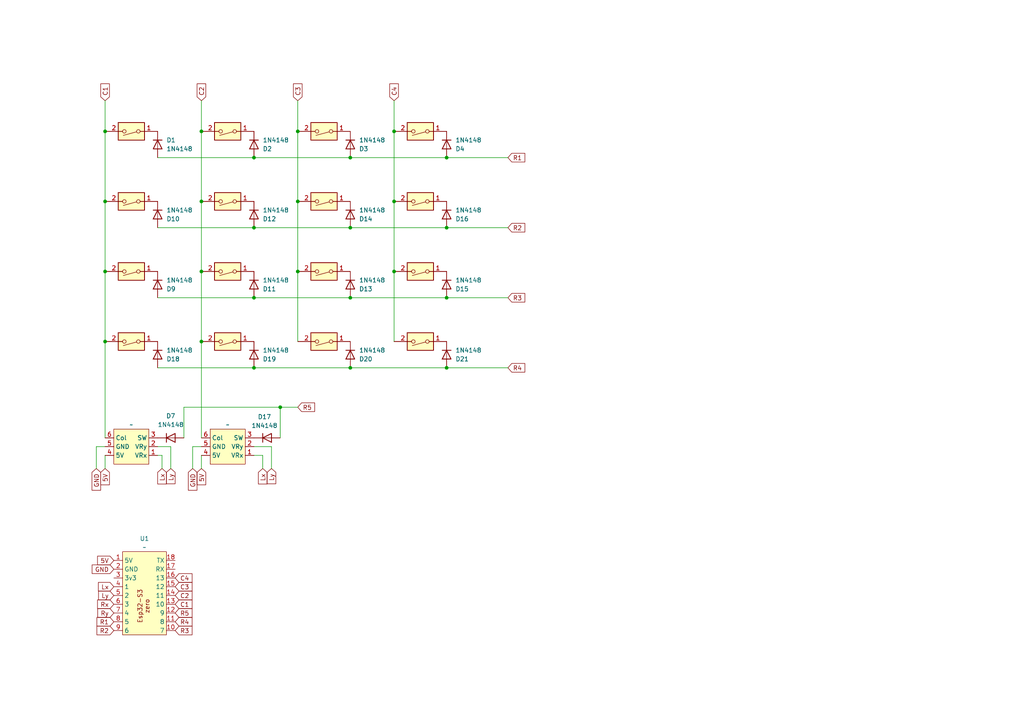
<source format=kicad_sch>
(kicad_sch (version 20250114) (generator "eeschema") (generator_version "9.0")
  (paper "A4")
  (title_block (title "Joystick") (company "NOC-LTR"))
  (lib_symbols
    (symbol "Diode:1N4148" (pin_numbers (hide yes)) (pin_names (hide yes))
      (property "Reference" "D" (at 0 2.54 0))
      (property "Value" "1N4148" (at 0 -2.54 0))
      (symbol "1N4148_0_1"
        (polyline (pts (xy -1.27 1.27) (xy -1.27 -1.27)) (stroke (width 0.254)))
        (polyline (pts (xy 1.27 1.27) (xy 1.27 -1.27) (xy -1.27 0) (xy 1.27 1.27)) (stroke (width 0.254)))
        (polyline (pts (xy 1.27 0) (xy -1.27 0)))
      )
      (symbol "1N4148_1_1"
        (pin passive line (at -3.81 0 0) (length 2.54) (name "K") (number "1"))
        (pin passive line (at 3.81 0 180) (length 2.54) (name "A") (number "2"))
      )
    )
    (symbol "MyLib:Esp32-S3-zero"
      (property "Reference" "U" (at 0 0 0))
      (symbol "Esp32-S3-zero_1_1"
        (rectangle (start -6.35 3.81) (end 6.35 -20.32) (fill (type background)))
        (text "Esp32-S3\nzero" (at -0.254 -11.938 900) (effects (font (size 1.27 1.27))))
        (pin power_in line (at -8.89 1.27 0) (length 2.54) (name "5V") (number "1"))
        (pin bidirectional line (at -8.89 -1.27 0) (length 2.54) (name "GND") (number "2"))
        (pin power_in line (at -8.89 -3.81 0) (length 2.54) (name "3v3") (number "3"))
        (pin bidirectional line (at -8.89 -6.35 0) (length 2.54) (name "1") (number "4"))
        (pin bidirectional line (at -8.89 -8.89 0) (length 2.54) (name "2") (number "5"))
        (pin bidirectional line (at -8.89 -11.43 0) (length 2.54) (name "3") (number "6"))
        (pin bidirectional line (at -8.89 -13.97 0) (length 2.54) (name "4") (number "7"))
        (pin bidirectional line (at -8.89 -16.51 0) (length 2.54) (name "5") (number "8"))
        (pin bidirectional line (at -8.89 -19.05 0) (length 2.54) (name "6") (number "9"))
        (pin bidirectional line (at 8.89 1.27 180) (length 2.54) (name "TX") (number "18"))
        (pin bidirectional line (at 8.89 -1.27 180) (length 2.54) (name "RX") (number "17"))
        (pin bidirectional line (at 8.89 -3.81 180) (length 2.54) (name "13") (number "16"))
        (pin bidirectional line (at 8.89 -6.35 180) (length 2.54) (name "12") (number "15"))
        (pin bidirectional line (at 8.89 -8.89 180) (length 2.54) (name "11") (number "14"))
        (pin bidirectional line (at 8.89 -11.43 180) (length 2.54) (name "10") (number "13"))
        (pin bidirectional line (at 8.89 -13.97 180) (length 2.54) (name "9") (number "12"))
        (pin bidirectional line (at 8.89 -16.51 180) (length 2.54) (name "8") (number "11"))
        (pin bidirectional line (at 8.89 -19.05 180) (length 2.54) (name "7") (number "10"))
      )
    )
    (symbol "MyLib:Joystick_analogico"
      (symbol "Joystick_analogico_1_1"
        (rectangle (start -5.08 5.08) (end 5.08 -5.08) (fill (type background)))
        (pin power_in line (at -7.62 2.54 0) (length 2.54) (name "5V") (number "4"))
        (pin power_in line (at -7.62 0 0) (length 2.54) (name "GND") (number "5"))
        (pin power_in line (at -7.62 -2.54 0) (length 2.54) (name "Col") (number "6"))
        (pin output line (at 7.62 2.54 180) (length 2.54) (name "VRx") (number "1"))
        (pin output line (at 7.62 0 180) (length 2.54) (name "VRy") (number "2"))
        (pin output line (at 7.62 -2.54 180) (length 2.54) (name "SW") (number "3"))
      )
    )
    (symbol "Switch:SW_DIP_x01" (pin_names (offset 0) (hide yes))
      (property "Reference" "SW" (at 0 3.81 0))
      (property "Value" "SW_DIP_x01" (at 0 -3.81 0))
      (symbol "SW_DIP_x01_0_0"
        (circle (center -2.032 0) (radius 0.508))
        (polyline (pts (xy -1.524 0.127) (xy 2.3622 1.1684)))
        (circle (center 2.032 0) (radius 0.508))
      )
      (symbol "SW_DIP_x01_0_1"
        (rectangle (start -3.81 2.54) (end 3.81 -2.54) (stroke (width 0.254)) (fill (type background)))
      )
      (symbol "SW_DIP_x01_1_1"
        (pin passive line (at -7.62 0 0) (length 5.08) (name "~") (number "1"))
        (pin passive line (at 7.62 0 180) (length 5.08) (name "~") (number "2"))
      )
    )
  )
  (junction (at 101.6 45.72))
  (junction (at 114.3 38.1))
  (junction (at 73.66 45.72))
  (junction (at 73.66 86.36))
  (junction (at 86.36 58.42))
  (junction (at 86.36 38.1))
  (junction (at 114.3 58.42))
  (junction (at 129.54 45.72))
  (junction (at 129.54 86.36))
  (junction (at 30.48 99.06))
  (junction (at 58.42 58.42))
  (junction (at 101.6 106.68))
  (junction (at 101.6 86.36))
  (junction (at 129.54 66.04))
  (junction (at 58.42 99.06))
  (junction (at 129.54 106.68))
  (junction (at 30.48 78.74))
  (junction (at 73.66 106.68))
  (junction (at 58.42 38.1))
  (junction (at 101.6 66.04))
  (junction (at 81.28 118.11))
  (junction (at 30.48 38.1))
  (junction (at 73.66 66.04))
  (junction (at 58.42 78.74))
  (junction (at 30.48 58.42))
  (junction (at 86.36 78.74))
  (junction (at 114.3 78.74))
  (wire (pts (xy 45.72 86.36) (xy 73.66 86.36)))
  (wire (pts (xy 45.72 129.54) (xy 49.53 129.54)))
  (wire (pts (xy 73.66 129.54) (xy 78.74 129.54)))
  (wire (pts (xy 129.54 86.36) (xy 147.32 86.36)))
  (wire (pts (xy 114.3 29.21) (xy 114.3 38.1)))
  (wire (pts (xy 86.36 78.74) (xy 86.36 99.06)))
  (wire (pts (xy 81.28 118.11) (xy 86.36 118.11)))
  (wire (pts (xy 86.36 58.42) (xy 86.36 78.74)))
  (wire (pts (xy 101.6 86.36) (xy 129.54 86.36)))
  (wire (pts (xy 30.48 58.42) (xy 30.48 78.74)))
  (wire (pts (xy 101.6 106.68) (xy 129.54 106.68)))
  (wire (pts (xy 45.72 132.08) (xy 46.99 132.08)))
  (wire (pts (xy 45.72 106.68) (xy 73.66 106.68)))
  (wire (pts (xy 86.36 29.21) (xy 86.36 38.1)))
  (wire (pts (xy 73.66 86.36) (xy 101.6 86.36)))
  (wire (pts (xy 49.53 129.54) (xy 49.53 135.89)))
  (wire (pts (xy 78.74 129.54) (xy 78.74 135.89)))
  (wire (pts (xy 73.66 45.72) (xy 101.6 45.72)))
  (wire (pts (xy 30.48 38.1) (xy 30.48 58.42)))
  (wire (pts (xy 58.42 58.42) (xy 58.42 78.74)))
  (wire (pts (xy 58.42 99.06) (xy 58.42 127)))
  (wire (pts (xy 58.42 78.74) (xy 58.42 99.06)))
  (wire (pts (xy 101.6 66.04) (xy 129.54 66.04)))
  (wire (pts (xy 73.66 106.68) (xy 101.6 106.68)))
  (wire (pts (xy 30.48 132.08) (xy 30.48 135.89)))
  (wire (pts (xy 86.36 38.1) (xy 86.36 58.42)))
  (wire (pts (xy 114.3 58.42) (xy 114.3 78.74)))
  (wire (pts (xy 30.48 29.21) (xy 30.48 38.1)))
  (wire (pts (xy 46.99 132.08) (xy 46.99 135.89)))
  (wire (pts (xy 53.34 127) (xy 53.34 118.11)))
  (wire (pts (xy 58.42 29.21) (xy 58.42 38.1)))
  (wire (pts (xy 58.42 129.54) (xy 55.88 129.54)))
  (wire (pts (xy 27.94 129.54) (xy 27.94 135.89)))
  (wire (pts (xy 129.54 106.68) (xy 147.32 106.68)))
  (wire (pts (xy 114.3 78.74) (xy 114.3 99.06)))
  (wire (pts (xy 45.72 66.04) (xy 73.66 66.04)))
  (wire (pts (xy 30.48 129.54) (xy 27.94 129.54)))
  (wire (pts (xy 129.54 66.04) (xy 147.32 66.04)))
  (wire (pts (xy 30.48 78.74) (xy 30.48 99.06)))
  (wire (pts (xy 58.42 132.08) (xy 58.42 135.89)))
  (wire (pts (xy 114.3 38.1) (xy 114.3 58.42)))
  (wire (pts (xy 129.54 45.72) (xy 147.32 45.72)))
  (wire (pts (xy 73.66 66.04) (xy 101.6 66.04)))
  (wire (pts (xy 58.42 38.1) (xy 58.42 58.42)))
  (wire (pts (xy 30.48 99.06) (xy 30.48 127)))
  (wire (pts (xy 81.28 127) (xy 81.28 118.11)))
  (wire (pts (xy 55.88 129.54) (xy 55.88 135.89)))
  (wire (pts (xy 73.66 132.08) (xy 76.2 132.08)))
  (wire (pts (xy 76.2 132.08) (xy 76.2 135.89)))
  (wire (pts (xy 45.72 45.72) (xy 73.66 45.72)))
  (wire (pts (xy 101.6 45.72) (xy 129.54 45.72)))
  (wire (pts (xy 53.34 118.11) (xy 81.28 118.11)))
  (global_label "GND" (shape input) (at 55.88 135.89 270) (property "Intersheetrefs" "${INTERSHEET_REFS}" (effects (hide yes))))
  (global_label "R4" (shape input) (at 147.32 106.68 0) (property "Intersheetrefs" "${INTERSHEET_REFS}" (effects (hide yes))))
  (global_label "5V" (shape input) (at 30.48 135.89 270) (property "Intersheetrefs" "${INTERSHEET_REFS}" (effects (hide yes))))
  (global_label "R3" (shape input) (at 147.32 86.36 0) (property "Intersheetrefs" "${INTERSHEET_REFS}" (effects (hide yes))))
  (global_label "GND" (shape input) (at 27.94 135.89 270) (property "Intersheetrefs" "${INTERSHEET_REFS}" (effects (hide yes))))
  (global_label "C2" (shape input) (at 58.42 29.21 90) (property "Intersheetrefs" "${INTERSHEET_REFS}" (effects (hide yes))))
  (global_label "Ly" (shape input) (at 33.02 172.72 180) (property "Intersheetrefs" "${INTERSHEET_REFS}" (effects (hide yes))))
  (global_label "Ry" (shape input) (at 33.02 177.8 180) (property "Intersheetrefs" "${INTERSHEET_REFS}" (effects (hide yes))))
  (global_label "Rx" (shape input) (at 33.02 175.26 180) (property "Intersheetrefs" "${INTERSHEET_REFS}" (effects (hide yes))))
  (global_label "5V" (shape input) (at 58.42 135.89 270) (property "Intersheetrefs" "${INTERSHEET_REFS}" (effects (hide yes))))
  (global_label "R1" (shape input) (at 33.02 180.34 180) (property "Intersheetrefs" "${INTERSHEET_REFS}" (effects (hide yes))))
  (global_label "Lx" (shape input) (at 46.99 135.89 270) (property "Intersheetrefs" "${INTERSHEET_REFS}" (effects (hide yes))))
  (global_label "Ly" (shape input) (at 78.74 135.89 270) (property "Intersheetrefs" "${INTERSHEET_REFS}" (effects (hide yes))))
  (global_label "Ly" (shape input) (at 49.53 135.89 270) (property "Intersheetrefs" "${INTERSHEET_REFS}" (effects (hide yes))))
  (global_label "C3" (shape input) (at 86.36 29.21 90) (property "Intersheetrefs" "${INTERSHEET_REFS}" (effects (hide yes))))
  (global_label "R5" (shape input) (at 50.8 177.8 0) (property "Intersheetrefs" "${INTERSHEET_REFS}" (effects (hide yes))))
  (global_label "C4" (shape input) (at 50.8 167.64 0) (property "Intersheetrefs" "${INTERSHEET_REFS}" (effects (hide yes))))
  (global_label "R3" (shape input) (at 50.8 182.88 0) (property "Intersheetrefs" "${INTERSHEET_REFS}" (effects (hide yes))))
  (global_label "R5" (shape input) (at 86.36 118.11 0) (property "Intersheetrefs" "${INTERSHEET_REFS}" (effects (hide yes))))
  (global_label "C4" (shape input) (at 114.3 29.21 90) (property "Intersheetrefs" "${INTERSHEET_REFS}" (effects (hide yes))))
  (global_label "C1" (shape input) (at 50.8 175.26 0) (property "Intersheetrefs" "${INTERSHEET_REFS}" (effects (hide yes))))
  (global_label "Lx" (shape input) (at 76.2 135.89 270) (property "Intersheetrefs" "${INTERSHEET_REFS}" (effects (hide yes))))
  (global_label "GND" (shape input) (at 33.02 165.1 180) (property "Intersheetrefs" "${INTERSHEET_REFS}" (effects (hide yes))))
  (global_label "R2" (shape input) (at 33.02 182.88 180) (property "Intersheetrefs" "${INTERSHEET_REFS}" (effects (hide yes))))
  (global_label "C2" (shape input) (at 50.8 172.72 0) (property "Intersheetrefs" "${INTERSHEET_REFS}" (effects (hide yes))))
  (global_label "R4" (shape input) (at 50.8 180.34 0) (property "Intersheetrefs" "${INTERSHEET_REFS}" (effects (hide yes))))
  (global_label "5V" (shape input) (at 33.02 162.56 180) (property "Intersheetrefs" "${INTERSHEET_REFS}" (effects (hide yes))))
  (global_label "R1" (shape input) (at 147.32 45.72 0) (property "Intersheetrefs" "${INTERSHEET_REFS}" (effects (hide yes))))
  (global_label "R2" (shape input) (at 147.32 66.04 0) (property "Intersheetrefs" "${INTERSHEET_REFS}" (effects (hide yes))))
  (global_label "C1" (shape input) (at 30.48 29.21 90) (property "Intersheetrefs" "${INTERSHEET_REFS}" (effects (hide yes))))
  (global_label "Lx" (shape input) (at 33.02 170.18 180) (property "Intersheetrefs" "${INTERSHEET_REFS}" (effects (hide yes))))
  (global_label "C3" (shape input) (at 50.8 170.18 0) (property "Intersheetrefs" "${INTERSHEET_REFS}" (effects (hide yes))))
  (symbol (lib_id "Switch:SW_DIP_x01") (at 93.98 78.74 180) (unit 1)
    (property "Reference" "SW13" (effects (hide yes)))
    (property "Value" "SW_DIP_x01" (effects (hide yes)))
    (property "Description" "1x DIP Switch, Single Pole Single Throw (SPST) switch, small symbol" (effects (hide yes)))
  )
  (symbol (lib_id "Diode:1N4148") (at 77.47 127 0) (mirror x) (unit 1)
    (property "Reference" "D17" (at 76.708 120.904 0))
    (property "Value" "1N4148" (at 76.708 123.444 0))
    (property "Footprint" "Diode_THT:D_DO-35_SOD27_P7.62mm_Horizontal" (effects (hide yes)))
    (property "Datasheet" "https://assets.nexperia.com/documents/data-sheet/1N4148_1N4448.pdf" (effects (hide yes)))
    (property "Description" "100V 0.15A standard switching diode, DO-35" (effects (hide yes)))
    (property "Sim.Device" "D" (effects (hide yes)))
    (property "Sim.Pins" "1=K 2=A" (effects (hide yes)))
  )
  (symbol (lib_id "Switch:SW_DIP_x01") (at 93.98 58.42 180) (unit 1)
    (property "Reference" "SW7" (effects (hide yes)))
    (property "Value" "SW_DIP_x01" (effects (hide yes)))
    (property "Description" "1x DIP Switch, Single Pole Single Throw (SPST) switch, small symbol" (effects (hide yes)))
  )
  (symbol (lib_id "Diode:1N4148") (at 49.53 127 0) (mirror x) (unit 1)
    (property "Reference" "D7" (at 49.53 120.65 0))
    (property "Value" "1N4148" (at 49.53 123.19 0))
    (property "Footprint" "Diode_THT:D_DO-35_SOD27_P7.62mm_Horizontal" (effects (hide yes)))
    (property "Datasheet" "https://assets.nexperia.com/documents/data-sheet/1N4148_1N4448.pdf" (effects (hide yes)))
    (property "Description" "100V 0.15A standard switching diode, DO-35" (effects (hide yes)))
    (property "Sim.Device" "D" (effects (hide yes)))
    (property "Sim.Pins" "1=K 2=A" (effects (hide yes)))
  )
  (symbol (lib_id "Switch:SW_DIP_x01") (at 66.04 38.1 180) (unit 1)
    (property "Reference" "SW2" (effects (hide yes)))
    (property "Value" "SW_DIP_x01" (effects (hide yes)))
    (property "Description" "1x DIP Switch, Single Pole Single Throw (SPST) switch, small symbol" (effects (hide yes)))
  )
  (symbol (lib_id "MyLib:Joystick_analogico") (at 66.04 129.54 0) (mirror x) (unit 1)
    (property "Reference" "U3" (effects (hide yes)))
    (property "Value" "~" (at 66.04 123.19 0))
  )
  (symbol (lib_id "Diode:1N4148") (at 45.72 62.23 90) (mirror x) (unit 1)
    (property "Reference" "D10" (at 48.26 63.5001 90) (effects (justify right)))
    (property "Value" "1N4148" (at 48.26 60.9601 90) (effects (justify right)))
    (property "Footprint" "Diode_THT:D_DO-35_SOD27_P7.62mm_Horizontal" (effects (hide yes)))
    (property "Datasheet" "https://assets.nexperia.com/documents/data-sheet/1N4148_1N4448.pdf" (effects (hide yes)))
    (property "Description" "100V 0.15A standard switching diode, DO-35" (effects (hide yes)))
    (property "Sim.Device" "D" (effects (hide yes)))
    (property "Sim.Pins" "1=K 2=A" (effects (hide yes)))
  )
  (symbol (lib_id "Diode:1N4148") (at 101.6 41.91 90) (mirror x) (unit 1)
    (property "Reference" "D3" (at 104.14 43.1801 90) (effects (justify right)))
    (property "Value" "1N4148" (at 104.14 40.6401 90) (effects (justify right)))
    (property "Footprint" "Diode_THT:D_DO-35_SOD27_P7.62mm_Horizontal" (effects (hide yes)))
    (property "Datasheet" "https://assets.nexperia.com/documents/data-sheet/1N4148_1N4448.pdf" (effects (hide yes)))
    (property "Description" "100V 0.15A standard switching diode, DO-35" (effects (hide yes)))
    (property "Sim.Device" "D" (effects (hide yes)))
    (property "Sim.Pins" "1=K 2=A" (effects (hide yes)))
  )
  (symbol (lib_id "Switch:SW_DIP_x01") (at 38.1 99.06 180) (unit 1)
    (property "Reference" "SW14" (effects (hide yes)))
    (property "Value" "SW_DIP_x01" (effects (hide yes)))
    (property "Description" "1x DIP Switch, Single Pole Single Throw (SPST) switch, small symbol" (effects (hide yes)))
  )
  (symbol (lib_id "Diode:1N4148") (at 45.72 82.55 90) (mirror x) (unit 1)
    (property "Reference" "D9" (at 48.26 83.8201 90) (effects (justify right)))
    (property "Value" "1N4148" (at 48.26 81.2801 90) (effects (justify right)))
    (property "Footprint" "Diode_THT:D_DO-35_SOD27_P7.62mm_Horizontal" (effects (hide yes)))
    (property "Datasheet" "https://assets.nexperia.com/documents/data-sheet/1N4148_1N4448.pdf" (effects (hide yes)))
    (property "Description" "100V 0.15A standard switching diode, DO-35" (effects (hide yes)))
    (property "Sim.Device" "D" (effects (hide yes)))
    (property "Sim.Pins" "1=K 2=A" (effects (hide yes)))
  )
  (symbol (lib_id "Switch:SW_DIP_x01") (at 66.04 78.74 180) (unit 1)
    (property "Reference" "SW11" (effects (hide yes)))
    (property "Value" "SW_DIP_x01" (effects (hide yes)))
    (property "Description" "1x DIP Switch, Single Pole Single Throw (SPST) switch, small symbol" (effects (hide yes)))
  )
  (symbol (lib_id "Switch:SW_DIP_x01") (at 121.92 99.06 180) (unit 1)
    (property "Reference" "SW18" (effects (hide yes)))
    (property "Value" "SW_DIP_x01" (effects (hide yes)))
    (property "Description" "1x DIP Switch, Single Pole Single Throw (SPST) switch, small symbol" (effects (hide yes)))
  )
  (symbol (lib_id "Diode:1N4148") (at 73.66 62.23 90) (mirror x) (unit 1)
    (property "Reference" "D12" (at 76.2 63.5001 90) (effects (justify right)))
    (property "Value" "1N4148" (at 76.2 60.9601 90) (effects (justify right)))
    (property "Footprint" "Diode_THT:D_DO-35_SOD27_P7.62mm_Horizontal" (effects (hide yes)))
    (property "Datasheet" "https://assets.nexperia.com/documents/data-sheet/1N4148_1N4448.pdf" (effects (hide yes)))
    (property "Description" "100V 0.15A standard switching diode, DO-35" (effects (hide yes)))
    (property "Sim.Device" "D" (effects (hide yes)))
    (property "Sim.Pins" "1=K 2=A" (effects (hide yes)))
  )
  (symbol (lib_id "Diode:1N4148") (at 101.6 62.23 90) (mirror x) (unit 1)
    (property "Reference" "D14" (at 104.14 63.5001 90) (effects (justify right)))
    (property "Value" "1N4148" (at 104.14 60.9601 90) (effects (justify right)))
    (property "Footprint" "Diode_THT:D_DO-35_SOD27_P7.62mm_Horizontal" (effects (hide yes)))
    (property "Datasheet" "https://assets.nexperia.com/documents/data-sheet/1N4148_1N4448.pdf" (effects (hide yes)))
    (property "Description" "100V 0.15A standard switching diode, DO-35" (effects (hide yes)))
    (property "Sim.Device" "D" (effects (hide yes)))
    (property "Sim.Pins" "1=K 2=A" (effects (hide yes)))
  )
  (symbol (lib_id "Switch:SW_DIP_x01") (at 38.1 38.1 180) (unit 1)
    (property "Reference" "SW1" (effects (hide yes)))
    (property "Value" "SW_DIP_x01" (effects (hide yes)))
    (property "Description" "1x DIP Switch, Single Pole Single Throw (SPST) switch, small symbol" (effects (hide yes)))
  )
  (symbol (lib_id "Diode:1N4148") (at 129.54 102.87 90) (mirror x) (unit 1)
    (property "Reference" "D21" (at 132.08 104.1401 90) (effects (justify right)))
    (property "Value" "1N4148" (at 132.08 101.6001 90) (effects (justify right)))
    (property "Footprint" "Diode_THT:D_DO-35_SOD27_P7.62mm_Horizontal" (effects (hide yes)))
    (property "Datasheet" "https://assets.nexperia.com/documents/data-sheet/1N4148_1N4448.pdf" (effects (hide yes)))
    (property "Description" "100V 0.15A standard switching diode, DO-35" (effects (hide yes)))
    (property "Sim.Device" "D" (effects (hide yes)))
    (property "Sim.Pins" "1=K 2=A" (effects (hide yes)))
  )
  (symbol (lib_id "Switch:SW_DIP_x01") (at 93.98 99.06 180) (unit 1)
    (property "Reference" "SW17" (effects (hide yes)))
    (property "Value" "SW_DIP_x01" (effects (hide yes)))
    (property "Description" "1x DIP Switch, Single Pole Single Throw (SPST) switch, small symbol" (effects (hide yes)))
  )
  (symbol (lib_id "Switch:SW_DIP_x01") (at 121.92 38.1 180) (unit 1)
    (property "Reference" "SW4" (effects (hide yes)))
    (property "Value" "SW_DIP_x01" (effects (hide yes)))
    (property "Description" "1x DIP Switch, Single Pole Single Throw (SPST) switch, small symbol" (effects (hide yes)))
  )
  (symbol (lib_id "Diode:1N4148") (at 129.54 41.91 90) (mirror x) (unit 1)
    (property "Reference" "D4" (at 132.08 43.1801 90) (effects (justify right)))
    (property "Value" "1N4148" (at 132.08 40.6401 90) (effects (justify right)))
    (property "Footprint" "Diode_THT:D_DO-35_SOD27_P7.62mm_Horizontal" (effects (hide yes)))
    (property "Datasheet" "https://assets.nexperia.com/documents/data-sheet/1N4148_1N4448.pdf" (effects (hide yes)))
    (property "Description" "100V 0.15A standard switching diode, DO-35" (effects (hide yes)))
    (property "Sim.Device" "D" (effects (hide yes)))
    (property "Sim.Pins" "1=K 2=A" (effects (hide yes)))
  )
  (symbol (lib_id "Diode:1N4148") (at 45.72 41.91 270) (unit 1)
    (property "Reference" "D1" (at 48.26 40.6399 90) (effects (justify left)))
    (property "Value" "1N4148" (at 48.26 43.1799 90) (effects (justify left)))
    (property "Footprint" "Diode_THT:D_DO-35_SOD27_P7.62mm_Horizontal" (effects (hide yes)))
    (property "Datasheet" "https://assets.nexperia.com/documents/data-sheet/1N4148_1N4448.pdf" (effects (hide yes)))
    (property "Description" "100V 0.15A standard switching diode, DO-35" (effects (hide yes)))
    (property "Sim.Device" "D" (effects (hide yes)))
    (property "Sim.Pins" "1=K 2=A" (effects (hide yes)))
  )
  (symbol (lib_id "MyLib:Joystick_analogico") (at 38.1 129.54 0) (mirror x) (unit 1)
    (property "Reference" "U2" (effects (hide yes)))
    (property "Value" "~" (at 38.1 123.19 0))
  )
  (symbol (lib_id "Switch:SW_DIP_x01") (at 121.92 58.42 180) (unit 1)
    (property "Reference" "SW8" (effects (hide yes)))
    (property "Value" "SW_DIP_x01" (effects (hide yes)))
    (property "Description" "1x DIP Switch, Single Pole Single Throw (SPST) switch, small symbol" (effects (hide yes)))
  )
  (symbol (lib_id "Diode:1N4148") (at 73.66 82.55 90) (mirror x) (unit 1)
    (property "Reference" "D11" (at 76.2 83.8201 90) (effects (justify right)))
    (property "Value" "1N4148" (at 76.2 81.2801 90) (effects (justify right)))
    (property "Footprint" "Diode_THT:D_DO-35_SOD27_P7.62mm_Horizontal" (effects (hide yes)))
    (property "Datasheet" "https://assets.nexperia.com/documents/data-sheet/1N4148_1N4448.pdf" (effects (hide yes)))
    (property "Description" "100V 0.15A standard switching diode, DO-35" (effects (hide yes)))
    (property "Sim.Device" "D" (effects (hide yes)))
    (property "Sim.Pins" "1=K 2=A" (effects (hide yes)))
  )
  (symbol (lib_id "Diode:1N4148") (at 101.6 102.87 90) (mirror x) (unit 1)
    (property "Reference" "D20" (at 104.14 104.1401 90) (effects (justify right)))
    (property "Value" "1N4148" (at 104.14 101.6001 90) (effects (justify right)))
    (property "Footprint" "Diode_THT:D_DO-35_SOD27_P7.62mm_Horizontal" (effects (hide yes)))
    (property "Datasheet" "https://assets.nexperia.com/documents/data-sheet/1N4148_1N4448.pdf" (effects (hide yes)))
    (property "Description" "100V 0.15A standard switching diode, DO-35" (effects (hide yes)))
    (property "Sim.Device" "D" (effects (hide yes)))
    (property "Sim.Pins" "1=K 2=A" (effects (hide yes)))
  )
  (symbol (lib_id "Switch:SW_DIP_x01") (at 121.92 78.74 180) (unit 1)
    (property "Reference" "SW15" (effects (hide yes)))
    (property "Value" "SW_DIP_x01" (effects (hide yes)))
    (property "Description" "1x DIP Switch, Single Pole Single Throw (SPST) switch, small symbol" (effects (hide yes)))
  )
  (symbol (lib_id "Diode:1N4148") (at 129.54 82.55 90) (mirror x) (unit 1)
    (property "Reference" "D15" (at 132.08 83.8201 90) (effects (justify right)))
    (property "Value" "1N4148" (at 132.08 81.2801 90) (effects (justify right)))
    (property "Footprint" "Diode_THT:D_DO-35_SOD27_P7.62mm_Horizontal" (effects (hide yes)))
    (property "Datasheet" "https://assets.nexperia.com/documents/data-sheet/1N4148_1N4448.pdf" (effects (hide yes)))
    (property "Description" "100V 0.15A standard switching diode, DO-35" (effects (hide yes)))
    (property "Sim.Device" "D" (effects (hide yes)))
    (property "Sim.Pins" "1=K 2=A" (effects (hide yes)))
  )
  (symbol (lib_id "MyLib:Esp32-S3-zero") (at 41.91 163.83 0) (unit 1)
    (property "Reference" "U1" (at 41.91 156.21 0))
    (property "Value" "~" (at 41.91 158.75 0))
    (property "Footprint" "MyLib:ESP32-S3-zero" (effects (hide yes)))
  )
  (symbol (lib_id "Switch:SW_DIP_x01") (at 38.1 78.74 180) (unit 1)
    (property "Reference" "SW9" (effects (hide yes)))
    (property "Value" "SW_DIP_x01" (effects (hide yes)))
    (property "Description" "1x DIP Switch, Single Pole Single Throw (SPST) switch, small symbol" (effects (hide yes)))
  )
  (symbol (lib_id "Diode:1N4148") (at 45.72 102.87 90) (mirror x) (unit 1)
    (property "Reference" "D18" (at 48.26 104.1401 90) (effects (justify right)))
    (property "Value" "1N4148" (at 48.26 101.6001 90) (effects (justify right)))
    (property "Footprint" "Diode_THT:D_DO-35_SOD27_P7.62mm_Horizontal" (effects (hide yes)))
    (property "Datasheet" "https://assets.nexperia.com/documents/data-sheet/1N4148_1N4448.pdf" (effects (hide yes)))
    (property "Description" "100V 0.15A standard switching diode, DO-35" (effects (hide yes)))
    (property "Sim.Device" "D" (effects (hide yes)))
    (property "Sim.Pins" "1=K 2=A" (effects (hide yes)))
  )
  (symbol (lib_id "Diode:1N4148") (at 73.66 41.91 90) (mirror x) (unit 1)
    (property "Reference" "D2" (at 76.2 43.1801 90) (effects (justify right)))
    (property "Value" "1N4148" (at 76.2 40.6401 90) (effects (justify right)))
    (property "Footprint" "Diode_THT:D_DO-35_SOD27_P7.62mm_Horizontal" (effects (hide yes)))
    (property "Datasheet" "https://assets.nexperia.com/documents/data-sheet/1N4148_1N4448.pdf" (effects (hide yes)))
    (property "Description" "100V 0.15A standard switching diode, DO-35" (effects (hide yes)))
    (property "Sim.Device" "D" (effects (hide yes)))
    (property "Sim.Pins" "1=K 2=A" (effects (hide yes)))
  )
  (symbol (lib_id "Switch:SW_DIP_x01") (at 66.04 58.42 180) (unit 1)
    (property "Reference" "SW6" (effects (hide yes)))
    (property "Value" "SW_DIP_x01" (effects (hide yes)))
    (property "Description" "1x DIP Switch, Single Pole Single Throw (SPST) switch, small symbol" (effects (hide yes)))
  )
  (symbol (lib_id "Switch:SW_DIP_x01") (at 38.1 58.42 180) (unit 1)
    (property "Reference" "SW5" (effects (hide yes)))
    (property "Value" "SW_DIP_x01" (effects (hide yes)))
    (property "Description" "1x DIP Switch, Single Pole Single Throw (SPST) switch, small symbol" (effects (hide yes)))
  )
  (symbol (lib_id "Diode:1N4148") (at 101.6 82.55 90) (mirror x) (unit 1)
    (property "Reference" "D13" (at 104.14 83.8201 90) (effects (justify right)))
    (property "Value" "1N4148" (at 104.14 81.2801 90) (effects (justify right)))
    (property "Footprint" "Diode_THT:D_DO-35_SOD27_P7.62mm_Horizontal" (effects (hide yes)))
    (property "Datasheet" "https://assets.nexperia.com/documents/data-sheet/1N4148_1N4448.pdf" (effects (hide yes)))
    (property "Description" "100V 0.15A standard switching diode, DO-35" (effects (hide yes)))
    (property "Sim.Device" "D" (effects (hide yes)))
    (property "Sim.Pins" "1=K 2=A" (effects (hide yes)))
  )
  (symbol (lib_id "Switch:SW_DIP_x01") (at 66.04 99.06 180) (unit 1)
    (property "Reference" "SW16" (effects (hide yes)))
    (property "Value" "SW_DIP_x01" (effects (hide yes)))
    (property "Description" "1x DIP Switch, Single Pole Single Throw (SPST) switch, small symbol" (effects (hide yes)))
  )
  (symbol (lib_id "Switch:SW_DIP_x01") (at 93.98 38.1 180) (unit 1)
    (property "Reference" "SW3" (effects (hide yes)))
    (property "Value" "SW_DIP_x01" (effects (hide yes)))
    (property "Description" "1x DIP Switch, Single Pole Single Throw (SPST) switch, small symbol" (effects (hide yes)))
  )
  (symbol (lib_id "Diode:1N4148") (at 129.54 62.23 90) (mirror x) (unit 1)
    (property "Reference" "D16" (at 132.08 63.5001 90) (effects (justify right)))
    (property "Value" "1N4148" (at 132.08 60.9601 90) (effects (justify right)))
    (property "Footprint" "Diode_THT:D_DO-35_SOD27_P7.62mm_Horizontal" (effects (hide yes)))
    (property "Datasheet" "https://assets.nexperia.com/documents/data-sheet/1N4148_1N4448.pdf" (effects (hide yes)))
    (property "Description" "100V 0.15A standard switching diode, DO-35" (effects (hide yes)))
    (property "Sim.Device" "D" (effects (hide yes)))
    (property "Sim.Pins" "1=K 2=A" (effects (hide yes)))
  )
  (symbol (lib_id "Diode:1N4148") (at 73.66 102.87 90) (mirror x) (unit 1)
    (property "Reference" "D19" (at 76.2 104.1401 90) (effects (justify right)))
    (property "Value" "1N4148" (at 76.2 101.6001 90) (effects (justify right)))
    (property "Footprint" "Diode_THT:D_DO-35_SOD27_P7.62mm_Horizontal" (effects (hide yes)))
    (property "Datasheet" "https://assets.nexperia.com/documents/data-sheet/1N4148_1N4448.pdf" (effects (hide yes)))
    (property "Description" "100V 0.15A standard switching diode, DO-35" (effects (hide yes)))
    (property "Sim.Device" "D" (effects (hide yes)))
    (property "Sim.Pins" "1=K 2=A" (effects (hide yes)))
  )
)
</source>
